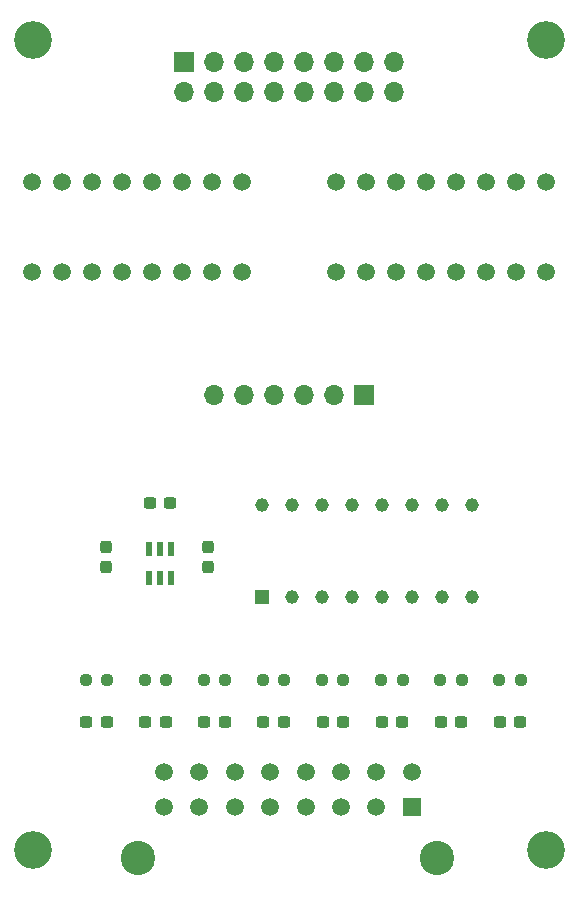
<source format=gbr>
%TF.GenerationSoftware,KiCad,Pcbnew,(6.0.7)*%
%TF.CreationDate,2023-09-07T13:28:03+01:00*%
%TF.ProjectId,CCC_rig_NTC_in,4343435f-7269-4675-9f4e-54435f696e2e,rev?*%
%TF.SameCoordinates,Original*%
%TF.FileFunction,Soldermask,Top*%
%TF.FilePolarity,Negative*%
%FSLAX46Y46*%
G04 Gerber Fmt 4.6, Leading zero omitted, Abs format (unit mm)*
G04 Created by KiCad (PCBNEW (6.0.7)) date 2023-09-07 13:28:03*
%MOMM*%
%LPD*%
G01*
G04 APERTURE LIST*
G04 Aperture macros list*
%AMRoundRect*
0 Rectangle with rounded corners*
0 $1 Rounding radius*
0 $2 $3 $4 $5 $6 $7 $8 $9 X,Y pos of 4 corners*
0 Add a 4 corners polygon primitive as box body*
4,1,4,$2,$3,$4,$5,$6,$7,$8,$9,$2,$3,0*
0 Add four circle primitives for the rounded corners*
1,1,$1+$1,$2,$3*
1,1,$1+$1,$4,$5*
1,1,$1+$1,$6,$7*
1,1,$1+$1,$8,$9*
0 Add four rect primitives between the rounded corners*
20,1,$1+$1,$2,$3,$4,$5,0*
20,1,$1+$1,$4,$5,$6,$7,0*
20,1,$1+$1,$6,$7,$8,$9,0*
20,1,$1+$1,$8,$9,$2,$3,0*%
G04 Aperture macros list end*
%ADD10R,0.600000X1.200000*%
%ADD11R,1.700000X1.700000*%
%ADD12O,1.700000X1.700000*%
%ADD13RoundRect,0.237500X0.300000X0.237500X-0.300000X0.237500X-0.300000X-0.237500X0.300000X-0.237500X0*%
%ADD14C,3.200000*%
%ADD15RoundRect,0.237500X0.237500X-0.300000X0.237500X0.300000X-0.237500X0.300000X-0.237500X-0.300000X0*%
%ADD16RoundRect,0.237500X0.250000X0.237500X-0.250000X0.237500X-0.250000X-0.237500X0.250000X-0.237500X0*%
%ADD17C,1.500000*%
%ADD18RoundRect,0.237500X-0.300000X-0.237500X0.300000X-0.237500X0.300000X0.237500X-0.300000X0.237500X0*%
%ADD19R,1.159000X1.159000*%
%ADD20C,1.159000*%
%ADD21R,1.520000X1.520000*%
%ADD22C,1.520000*%
%ADD23C,2.910000*%
G04 APERTURE END LIST*
D10*
%TO.C,IC2*%
X31350000Y-75850000D03*
X32300000Y-75850000D03*
X33250000Y-75850000D03*
X33250000Y-73350000D03*
X32300000Y-73350000D03*
X31350000Y-73350000D03*
%TD*%
D11*
%TO.C,J11*%
X34325100Y-32146400D03*
D12*
X34325100Y-34686400D03*
X36865100Y-32146400D03*
X36865100Y-34686400D03*
X39405100Y-32146400D03*
X39405100Y-34686400D03*
X41945100Y-32146400D03*
X41945100Y-34686400D03*
X44485100Y-32146400D03*
X44485100Y-34686400D03*
X47025100Y-32146400D03*
X47025100Y-34686400D03*
X49565100Y-32146400D03*
X49565100Y-34686400D03*
X52105100Y-32146400D03*
X52105100Y-34686400D03*
%TD*%
D13*
%TO.C,C15*%
X47762500Y-88056000D03*
X46037500Y-88056000D03*
%TD*%
D14*
%TO.C,NPTH_3*%
X65000000Y-98900000D03*
%TD*%
D15*
%TO.C,C20*%
X27728000Y-74954500D03*
X27728000Y-73229500D03*
%TD*%
D16*
%TO.C,R13*%
X32812500Y-84500000D03*
X30987500Y-84500000D03*
%TD*%
%TO.C,R14*%
X37812500Y-84500000D03*
X35987500Y-84500000D03*
%TD*%
D13*
%TO.C,C13*%
X37762500Y-88056000D03*
X36037500Y-88056000D03*
%TD*%
D17*
%TO.C,S2*%
X47200100Y-49921400D03*
X47200100Y-42301400D03*
X49740100Y-49921400D03*
X49740100Y-42301400D03*
X52280100Y-49921400D03*
X52280100Y-42301400D03*
X54820100Y-49921400D03*
X54820100Y-42301400D03*
X57360100Y-49921400D03*
X57360100Y-42301400D03*
X59900100Y-49921400D03*
X59900100Y-42301400D03*
X62440100Y-49921400D03*
X62440100Y-42301400D03*
X64980100Y-49921400D03*
X64980100Y-42301400D03*
%TD*%
D14*
%TO.C,NPTH_0*%
X21500000Y-30300000D03*
%TD*%
D18*
%TO.C,C21*%
X31437500Y-69520000D03*
X33162500Y-69520000D03*
%TD*%
D13*
%TO.C,C12*%
X32762500Y-88056000D03*
X31037500Y-88056000D03*
%TD*%
D16*
%TO.C,R12*%
X27812500Y-84500000D03*
X25987500Y-84500000D03*
%TD*%
D17*
%TO.C,S1*%
X21420100Y-49921400D03*
X21420100Y-42301400D03*
X23960100Y-49921400D03*
X23960100Y-42301400D03*
X26500100Y-49921400D03*
X26500100Y-42301400D03*
X29040100Y-49921400D03*
X29040100Y-42301400D03*
X31580100Y-49921400D03*
X31580100Y-42301400D03*
X34120100Y-49921400D03*
X34120100Y-42301400D03*
X36660100Y-49921400D03*
X36660100Y-42301400D03*
X39200100Y-49921400D03*
X39200100Y-42301400D03*
%TD*%
D11*
%TO.C,J10*%
X49525100Y-60335400D03*
D12*
X46985100Y-60335400D03*
X44445100Y-60335400D03*
X41905100Y-60335400D03*
X39365100Y-60335400D03*
X36825100Y-60335400D03*
%TD*%
D15*
%TO.C,C19*%
X36364000Y-74954500D03*
X36364000Y-73229500D03*
%TD*%
D16*
%TO.C,R18*%
X57812500Y-84500000D03*
X55987500Y-84500000D03*
%TD*%
%TO.C,R15*%
X42812500Y-84500000D03*
X40987500Y-84500000D03*
%TD*%
D13*
%TO.C,C17*%
X57762500Y-88056000D03*
X56037500Y-88056000D03*
%TD*%
D19*
%TO.C,IC3*%
X40914000Y-77448400D03*
D20*
X43454000Y-77448400D03*
X45994000Y-77448400D03*
X48534000Y-77448400D03*
X51074000Y-77448400D03*
X53614000Y-77448400D03*
X56154000Y-77448400D03*
X58694000Y-77448400D03*
X58694000Y-69638400D03*
X56154000Y-69638400D03*
X53614000Y-69638400D03*
X51074000Y-69638400D03*
X48534000Y-69638400D03*
X45994000Y-69638400D03*
X43454000Y-69638400D03*
X40914000Y-69638400D03*
%TD*%
D13*
%TO.C,C18*%
X62762500Y-88056000D03*
X61037500Y-88056000D03*
%TD*%
%TO.C,C14*%
X42762500Y-88056000D03*
X41037500Y-88056000D03*
%TD*%
%TO.C,C16*%
X52762500Y-88056000D03*
X51037500Y-88056000D03*
%TD*%
D16*
%TO.C,R16*%
X47812500Y-84500000D03*
X45987500Y-84500000D03*
%TD*%
%TO.C,R19*%
X62812500Y-84500000D03*
X60987500Y-84500000D03*
%TD*%
%TO.C,R17*%
X52812500Y-84500000D03*
X50987500Y-84500000D03*
%TD*%
D13*
%TO.C,C11*%
X27762500Y-88056000D03*
X26037500Y-88056000D03*
%TD*%
D14*
%TO.C,NPTH_2*%
X21500000Y-98900000D03*
%TD*%
%TO.C,NPTH_1*%
X65000000Y-30300000D03*
%TD*%
D21*
%TO.C,J9*%
X53603300Y-95272000D03*
D22*
X50603300Y-95272000D03*
X47603300Y-95272000D03*
X44603300Y-95272000D03*
X41603300Y-95272000D03*
X38603300Y-95272000D03*
X35603300Y-95272000D03*
X32603300Y-95272000D03*
X53603300Y-92272000D03*
X50603300Y-92272000D03*
X47603300Y-92272000D03*
X44603300Y-92272000D03*
X41603300Y-92272000D03*
X38603300Y-92272000D03*
X35603300Y-92272000D03*
X32603300Y-92272000D03*
D23*
X55753300Y-99592000D03*
X30453300Y-99592000D03*
%TD*%
M02*

</source>
